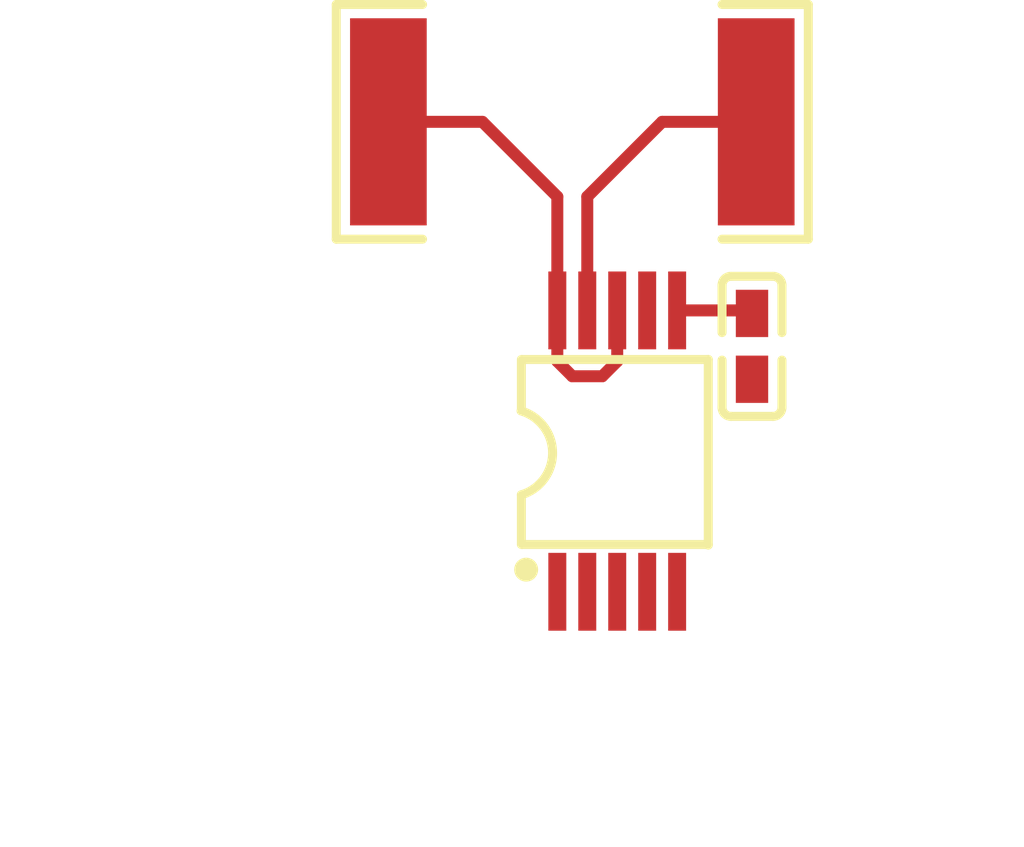
<source format=kicad_pcb>
(kicad_pcb (version 20241229) (generator "pcbnew") (generator_version "9.0")
  (layers (0 "F.Cu" signal) (2 "B.Cu" signal) (13 "F.Paste" user) (15 "B.Paste" user) (5 "F.SilkS" user "F.Silkscreen") (7 "B.SilkS" user "B.Silkscreen") (1 "F.Mask" user) (3 "B.Mask" user) (25 "Edge.Cuts" user))
  (net 0 "")
  (net 1 "ALERT")
  (net 2 "A1")
  (net 3 "VS")
  (net 4 "SCL")
  (net 5 "gnd")
  (net 6 "A0")
  (net 7 "SDA")
  (net 8 "INpos")
  (net 9 "INneg")
  (footprint "TA_I_Tech_RLP25FEGR015:R2512" (layer "F.Cu") (at -0.75 -5.5 0)
    (property "Reference" "R1" (hide yes))
    (property "Value" "15mΩ ±1% 3W")
    (fp_line (start -3.94 -1.96) (end -2.5 -1.96) (stroke (width 0.15)) (layer "F.SilkS"))
    (fp_line (start -3.94 1.96) (end -3.94 -1.96) (stroke (width 0.15)) (layer "F.SilkS"))
    (fp_line (start -2.5 1.96) (end -3.94 1.96) (stroke (width 0.15)) (layer "F.SilkS"))
    (fp_line (start 2.5 1.96) (end 3.94 1.96) (stroke (width 0.15)) (layer "F.SilkS"))
    (fp_line (start 3.94 -1.96) (end 2.5 -1.96) (stroke (width 0.15)) (layer "F.SilkS"))
    (fp_line (start 3.94 1.96) (end 3.94 -1.96) (stroke (width 0.15)) (layer "F.SilkS"))
    (pad "1" smd rect (at -3.07 0 0) (size 1.28 3.46) (layers "F.Cu" "F.Mask" "F.Paste") (net 8 "INpos"))
    (pad "2" smd rect (at 3.07 0 0) (size 1.28 3.46) (layers "F.Cu" "F.Mask" "F.Paste") (net 9 "INneg"))
  )
  (footprint "Samsung_Electro_Mechanics_CL05B104KO5NNNC:C0402" (layer "F.Cu") (at 2.25 -1.75 -90)
    (property "Reference" "C1" (hide yes))
    (property "Value" "100nF ±10% 16V X7R")
    (fp_line (start -1.17 0.35) (end -1.17 -0.35) (stroke (width 0.15)) (layer "F.SilkS"))
    (fp_line (start -1.02 -0.5) (end -0.23 -0.5) (stroke (width 0.15)) (layer "F.SilkS"))
    (fp_line (start -0.23 0.5) (end -1.02 0.5) (stroke (width 0.15)) (layer "F.SilkS"))
    (fp_line (start 0.23 0.5) (end 1.02 0.5) (stroke (width 0.15)) (layer "F.SilkS"))
    (fp_line (start 1.02 -0.5) (end 0.23 -0.5) (stroke (width 0.15)) (layer "F.SilkS"))
    (fp_line (start 1.17 0.35) (end 1.17 -0.35) (stroke (width 0.15)) (layer "F.SilkS"))
    (fp_arc (start -1.17 -0.35) (mid -1.126066 -0.456066) (end -1.02 -0.5) (stroke (width 0.15)) (layer "F.SilkS"))
    (fp_arc (start -1.02 0.5) (mid -1.126066 0.456066) (end -1.17 0.35) (stroke (width 0.15)) (layer "F.SilkS"))
    (fp_arc (start 1.02 -0.5) (mid 1.126066 -0.456066) (end 1.17 -0.35) (stroke (width 0.15)) (layer "F.SilkS"))
    (fp_arc (start 1.17 0.35) (mid 1.126066 0.456066) (end 1.02 0.5) (stroke (width 0.15)) (layer "F.SilkS"))
    (pad "1" smd rect (at -0.55 0 -90) (size 0.79 0.54) (layers "F.Cu" "F.Mask" "F.Paste") (net 3 "VS"))
    (pad "2" smd rect (at 0.55 0 -90) (size 0.79 0.54) (layers "F.Cu" "F.Mask" "F.Paste") (net 5 "gnd"))
  )
  (footprint "Texas_Instruments_INA228AIDGSR:VSSOP-10_L3.0-W3.0-P0.50-LS4.9-BL" (layer "F.Cu") (at 0 0 0)
    (property "Reference" "U1" (hide yes))
    (property "Value" "")
    (fp_line (start -1.6 -1.53) (end -1.6 -0.7) (stroke (width 0.15)) (layer "F.SilkS"))
    (fp_line (start -1.6 0.73) (end -1.6 1.56) (stroke (width 0.15)) (layer "F.SilkS"))
    (fp_line (start -1.58 -1.53) (end 1.52 -1.53) (stroke (width 0.15)) (layer "F.SilkS"))
    (fp_line (start -1.58 1.56) (end 1.52 1.56) (stroke (width 0.15)) (layer "F.SilkS"))
    (fp_line (start 1.52 1.57) (end 1.52 -1.53) (stroke (width 0.15)) (layer "F.SilkS"))
    (fp_arc (start -1.605241 -0.671551) (mid -1.079184 0.027267) (end -1.6 0.73) (stroke (width 0.15)) (layer "F.SilkS"))
    (fp_circle (center -1.52 1.98) (end -1.42 1.98) (stroke (width 0.2)) (fill no) (layer "F.SilkS"))
    (pad "1" smd rect (at -1 2.35 0) (size 0.3 1.3) (layers "F.Cu" "F.Mask" "F.Paste") (net 2 "A1"))
    (pad "2" smd rect (at -0.5 2.35 0) (size 0.3 1.3) (layers "F.Cu" "F.Mask" "F.Paste") (net 6 "A0"))
    (pad "3" smd rect (at 0 2.35 0) (size 0.3 1.3) (layers "F.Cu" "F.Mask" "F.Paste") (net 1 "ALERT"))
    (pad "4" smd rect (at 0.5 2.35 0) (size 0.3 1.3) (layers "F.Cu" "F.Mask" "F.Paste") (net 7 "SDA"))
    (pad "5" smd rect (at 1 2.35 0) (size 0.3 1.3) (layers "F.Cu" "F.Mask" "F.Paste") (net 4 "SCL"))
    (pad "6" smd rect (at 1 -2.35 0) (size 0.3 1.3) (layers "F.Cu" "F.Mask" "F.Paste") (net 3 "VS"))
    (pad "7" smd rect (at 0.5 -2.35 0) (size 0.3 1.3) (layers "F.Cu" "F.Mask" "F.Paste") (net 5 "gnd"))
    (pad "8" smd rect (at 0 -2.35 0) (size 0.3 1.3) (layers "F.Cu" "F.Mask" "F.Paste") (net 8 "INpos"))
    (pad "9" smd rect (at -0.5 -2.35 0) (size 0.3 1.3) (layers "F.Cu" "F.Mask" "F.Paste") (net 9 "INneg"))
    (pad "10" smd rect (at -1 -2.35 0) (size 0.3 1.3) (layers "F.Cu" "F.Mask" "F.Paste") (net 8 "INpos"))
  )
  (segment (start 2.2 -2.35) (end 2.25 -2.3) (width 0.2) (net 3) (layer "F.Cu"))
  (segment (start 1 -2.35) (end 2.2 -2.35) (width 0.2) (net 3) (layer "F.Cu"))
  (segment (start -1 -2.35) (end -1 -1.5) (width 0.2) (net 8) (layer "F.Cu"))
  (segment (start -0.75 -1.25) (end -0.25 -1.25) (width 0.2) (net 8) (layer "F.Cu"))
  (segment (start 0 -1.5) (end 0 -2.35) (width 0.2) (net 8) (layer "F.Cu"))
  (segment (start -2.25 -5.5) (end -1 -4.25) (width 0.2) (net 8) (layer "F.Cu"))
  (segment (start -1 -1.5) (end -0.75 -1.25) (width 0.2) (net 8) (layer "F.Cu"))
  (segment (start -0.25 -1.25) (end 0 -1.5) (width 0.2) (net 8) (layer "F.Cu"))
  (segment (start -1 -4.25) (end -1 -2.35) (width 0.2) (net 8) (layer "F.Cu"))
  (segment (start -3.82 -5.5) (end -2.25 -5.5) (width 0.2) (net 8) (layer "F.Cu"))
  (segment (start -0.5 -4.25) (end 0.75 -5.5) (width 0.2) (net 9) (layer "F.Cu"))
  (segment (start -0.5 -2.35) (end -0.5 -4.25) (width 0.2) (net 9) (layer "F.Cu"))
  (segment (start 0.75 -5.5) (end 2.32 -5.5) (width 0.2) (net 9) (layer "F.Cu"))
)
</source>
